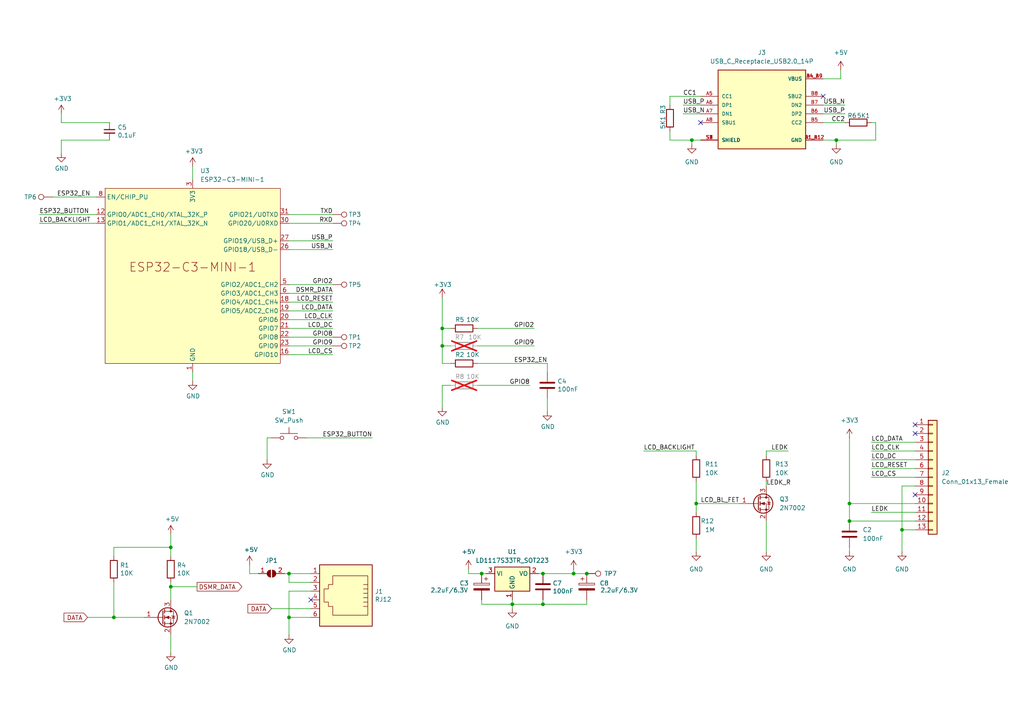
<source format=kicad_sch>
(kicad_sch (version 20231120) (generator "eeschema") (generator_version "8.0")
  (paper "A4")
  (lib_symbols
    (symbol "Connector:RJ12" (pin_names (offset 1.016))
      (property "Reference" "J" (at -5.08 11.43 0))
      (property "Value" "RJ12" (at 2.54 11.43 0))
      (symbol "RJ12_0_1"
        (polyline (pts (xy -6.35 -1.905) (xy -5.08 -1.905) (xy -5.08 -1.905)))
        (polyline (pts (xy -6.35 -0.635) (xy -5.08 -0.635) (xy -5.08 -0.635)))
        (polyline (pts (xy -6.35 0.635) (xy -5.08 0.635) (xy -5.08 0.635)))
        (polyline (pts (xy -6.35 1.905) (xy -5.08 1.905) (xy -5.08 1.905)))
        (polyline (pts (xy -6.35 3.175) (xy -5.08 3.175) (xy -5.08 3.175)))
        (polyline (pts (xy -5.08 4.445) (xy -6.35 4.445) (xy -6.35 4.445)))
        (polyline (pts (xy -6.35 -4.445) (xy -6.35 6.985) (xy 3.81 6.985) (xy 3.81 4.445) (xy 5.08 4.445) (xy 5.08 3.175) (xy 6.35 3.175) (xy 6.35 -0.635) (xy 5.08 -0.635) (xy 5.08 -1.905) (xy 3.81 -1.905) (xy 3.81 -4.445) (xy -6.35 -4.445) (xy -6.35 -4.445)))
        (rectangle (start 7.62 10.16) (end -7.62 -7.62) (stroke (width 0.254)) (fill (type background)))
      )
      (symbol "RJ12_1_1"
        (pin passive line (at 10.16 -5.08 180) (length 2.54) (name "~") (number "1"))
        (pin passive line (at 10.16 -2.54 180) (length 2.54) (name "~") (number "2"))
        (pin passive line (at 10.16 0 180) (length 2.54) (name "~") (number "3"))
        (pin passive line (at 10.16 2.54 180) (length 2.54) (name "~") (number "4"))
        (pin passive line (at 10.16 5.08 180) (length 2.54) (name "~") (number "5"))
        (pin passive line (at 10.16 7.62 180) (length 2.54) (name "~") (number "6"))
      )
    )
    (symbol "Connector:TestPoint" (pin_numbers hide) (pin_names (offset 0.762) hide)
      (property "Reference" "TP" (at 0 6.858 0))
      (property "Value" "TestPoint" (at 0 5.08 0))
      (symbol "TestPoint_0_1"
        (circle (center 0 3.302) (radius 0.762))
      )
      (symbol "TestPoint_1_1"
        (pin passive line (at 0 0 90) (length 2.54) (name "1") (number "1"))
      )
    )
    (symbol "Connector_Generic:Conn_01x13" (pin_names (offset 1.016) hide)
      (property "Reference" "J" (at 0 17.78 0))
      (property "Value" "Conn_01x13" (at 0 -17.78 0))
      (symbol "Conn_01x13_1_1"
        (rectangle (start -1.27 -15.113) (end 0 -15.367) (stroke (width 0.1524)))
        (rectangle (start -1.27 -12.573) (end 0 -12.827) (stroke (width 0.1524)))
        (rectangle (start -1.27 -10.033) (end 0 -10.287) (stroke (width 0.1524)))
        (rectangle (start -1.27 -7.493) (end 0 -7.747) (stroke (width 0.1524)))
        (rectangle (start -1.27 -4.953) (end 0 -5.207) (stroke (width 0.1524)))
        (rectangle (start -1.27 -2.413) (end 0 -2.667) (stroke (width 0.1524)))
        (rectangle (start -1.27 0.127) (end 0 -0.127) (stroke (width 0.1524)))
        (rectangle (start -1.27 2.667) (end 0 2.413) (stroke (width 0.1524)))
        (rectangle (start -1.27 5.207) (end 0 4.953) (stroke (width 0.1524)))
        (rectangle (start -1.27 7.747) (end 0 7.493) (stroke (width 0.1524)))
        (rectangle (start -1.27 10.287) (end 0 10.033) (stroke (width 0.1524)))
        (rectangle (start -1.27 12.827) (end 0 12.573) (stroke (width 0.1524)))
        (rectangle (start -1.27 15.367) (end 0 15.113) (stroke (width 0.1524)))
        (rectangle (start -1.27 16.51) (end 1.27 -16.51) (stroke (width 0.254)) (fill (type background)))
        (pin passive line (at -5.08 15.24 0) (length 3.81) (name "Pin_1") (number "1"))
        (pin passive line (at -5.08 -7.62 0) (length 3.81) (name "Pin_10") (number "10"))
        (pin passive line (at -5.08 -10.16 0) (length 3.81) (name "Pin_11") (number "11"))
        (pin passive line (at -5.08 -12.7 0) (length 3.81) (name "Pin_12") (number "12"))
        (pin passive line (at -5.08 -15.24 0) (length 3.81) (name "Pin_13") (number "13"))
        (pin passive line (at -5.08 12.7 0) (length 3.81) (name "Pin_2") (number "2"))
        (pin passive line (at -5.08 10.16 0) (length 3.81) (name "Pin_3") (number "3"))
        (pin passive line (at -5.08 7.62 0) (length 3.81) (name "Pin_4") (number "4"))
        (pin passive line (at -5.08 5.08 0) (length 3.81) (name "Pin_5") (number "5"))
        (pin passive line (at -5.08 2.54 0) (length 3.81) (name "Pin_6") (number "6"))
        (pin passive line (at -5.08 0 0) (length 3.81) (name "Pin_7") (number "7"))
        (pin passive line (at -5.08 -2.54 0) (length 3.81) (name "Pin_8") (number "8"))
        (pin passive line (at -5.08 -5.08 0) (length 3.81) (name "Pin_9") (number "9"))
      )
    )
    (symbol "Device:C" (pin_numbers hide) (pin_names (offset 0.254))
      (property "Reference" "C" (at 0.635 2.54 0))
      (property "Value" "C" (at 0.635 -2.54 0))
      (symbol "C_0_1"
        (polyline (pts (xy -2.032 -0.762) (xy 2.032 -0.762)) (stroke (width 0.508)))
        (polyline (pts (xy -2.032 0.762) (xy 2.032 0.762)) (stroke (width 0.508)))
      )
      (symbol "C_1_1"
        (pin passive line (at 0 3.81 270) (length 2.794) (name "~") (number "1"))
        (pin passive line (at 0 -3.81 90) (length 2.794) (name "~") (number "2"))
      )
    )
    (symbol "Device:C_Polarized" (pin_numbers hide) (pin_names (offset 0.254))
      (property "Reference" "C" (at 0.635 2.54 0))
      (property "Value" "C_Polarized" (at 0.635 -2.54 0))
      (symbol "C_Polarized_0_1"
        (rectangle (start -2.286 0.508) (end 2.286 1.016))
        (polyline (pts (xy -1.778 2.286) (xy -0.762 2.286)))
        (polyline (pts (xy -1.27 2.794) (xy -1.27 1.778)))
        (rectangle (start 2.286 -0.508) (end -2.286 -1.016) (fill (type outline)))
      )
      (symbol "C_Polarized_1_1"
        (pin passive line (at 0 3.81 270) (length 2.794) (name "~") (number "1"))
        (pin passive line (at 0 -3.81 90) (length 2.794) (name "~") (number "2"))
      )
    )
    (symbol "Device:C_Small" (pin_numbers hide) (pin_names (offset 0.254) hide)
      (property "Reference" "C" (at 0.254 1.778 0))
      (property "Value" "C_Small" (at 0.254 -2.032 0))
      (symbol "C_Small_0_1"
        (polyline (pts (xy -1.524 -0.508) (xy 1.524 -0.508)) (stroke (width 0.3302)))
        (polyline (pts (xy -1.524 0.508) (xy 1.524 0.508)) (stroke (width 0.3048)))
      )
      (symbol "C_Small_1_1"
        (pin passive line (at 0 2.54 270) (length 2.032) (name "~") (number "1"))
        (pin passive line (at 0 -2.54 90) (length 2.032) (name "~") (number "2"))
      )
    )
    (symbol "Device:R" (pin_numbers hide) (pin_names (offset 0))
      (property "Reference" "R" (at 2.032 0 90))
      (property "Value" "R" (at 0 0 90))
      (symbol "R_0_1"
        (rectangle (start -1.016 -2.54) (end 1.016 2.54) (stroke (width 0.254)))
      )
      (symbol "R_1_1"
        (pin passive line (at 0 3.81 270) (length 1.27) (name "~") (number "1"))
        (pin passive line (at 0 -3.81 90) (length 1.27) (name "~") (number "2"))
      )
    )
    (symbol "Espressif:ESP32-C3-MINI-1"
      (property "Reference" "U" (at -25.4 30.48 0))
      (property "Value" "ESP32-C3-MINI-1" (at -25.4 27.94 0))
      (symbol "ESP32-C3-MINI-1_0_0"
        (text "ESP32-C3-MINI-1" (at 0 2.54 0) (effects (font (size 2.54 2.54))))
      )
      (symbol "ESP32-C3-MINI-1_0_1"
        (rectangle (start -25.4 25.4) (end 25.4 -25.4) (fill (type background)))
      )
      (symbol "ESP32-C3-MINI-1_1_1"
        (pin power_in line (at 0 -27.94 90) (length 2.54) (name "GND") (number "1"))
        (pin no_connect line (at -25.4 2.54 0) (length 2.54) hide (name "NC") (number "10"))
        (pin passive line (at 0 -27.94 90) (length 2.54) hide (name "GND") (number "11"))
        (pin bidirectional line (at -27.94 17.78 0) (length 2.54) (name "GPIO0/ADC1_CH0/XTAL_32K_P") (number "12"))
        (pin bidirectional line (at -27.94 15.24 0) (length 2.54) (name "GPIO1/ADC1_CH1/XTAL_32K_N") (number "13"))
        (pin passive line (at 0 -27.94 90) (length 2.54) hide (name "GND") (number "14"))
        (pin no_connect line (at -25.4 0 0) (length 2.54) hide (name "NC") (number "15"))
        (pin bidirectional line (at 27.94 -22.86 180) (length 2.54) (name "GPIO10") (number "16"))
        (pin no_connect line (at -25.4 -2.54 0) (length 2.54) hide (name "NC") (number "17"))
        (pin bidirectional line (at 27.94 -7.62 180) (length 2.54) (name "GPIO4/ADC1_CH4") (number "18"))
        (pin bidirectional line (at 27.94 -10.16 180) (length 2.54) (name "GPIO5/ADC2_CH0") (number "19"))
        (pin passive line (at 0 -27.94 90) (length 2.54) hide (name "GND") (number "2"))
        (pin bidirectional line (at 27.94 -12.7 180) (length 2.54) (name "GPIO6") (number "20"))
        (pin bidirectional line (at 27.94 -15.24 180) (length 2.54) (name "GPIO7") (number "21"))
        (pin bidirectional line (at 27.94 -17.78 180) (length 2.54) (name "GPIO8") (number "22"))
        (pin bidirectional line (at 27.94 -20.32 180) (length 2.54) (name "GPIO9") (number "23"))
        (pin no_connect line (at -25.4 -5.08 0) (length 2.54) hide (name "NC") (number "24"))
        (pin no_connect line (at -25.4 -7.62 0) (length 2.54) hide (name "NC") (number "25"))
        (pin bidirectional line (at 27.94 7.62 180) (length 2.54) (name "GPIO18/USB_D-") (number "26"))
        (pin bidirectional line (at 27.94 10.16 180) (length 2.54) (name "GPIO19/USB_D+") (number "27"))
        (pin no_connect line (at -25.4 -10.16 0) (length 2.54) hide (name "NC") (number "28"))
        (pin no_connect line (at -25.4 -12.7 0) (length 2.54) hide (name "NC") (number "29"))
        (pin power_in line (at 0 27.94 270) (length 2.54) (name "3V3") (number "3"))
        (pin bidirectional line (at 27.94 15.24 180) (length 2.54) (name "GPIO20/U0RXD") (number "30"))
        (pin bidirectional line (at 27.94 17.78 180) (length 2.54) (name "GPIO21/U0TXD") (number "31"))
        (pin no_connect line (at -25.4 -15.24 0) (length 2.54) hide (name "NC") (number "32"))
        (pin no_connect line (at -25.4 -17.78 0) (length 2.54) hide (name "NC") (number "33"))
        (pin no_connect line (at -25.4 -20.32 0) (length 2.54) hide (name "NC") (number "34"))
        (pin no_connect line (at -25.4 -22.86 0) (length 2.54) hide (name "NC") (number "35"))
        (pin passive line (at 0 -27.94 90) (length 2.54) hide (name "GND") (number "36"))
        (pin passive line (at 0 -27.94 90) (length 2.54) hide (name "GND") (number "37"))
        (pin passive line (at 0 -27.94 90) (length 2.54) hide (name "GND") (number "38"))
        (pin passive line (at 0 -27.94 90) (length 2.54) hide (name "GND") (number "39"))
        (pin no_connect line (at -25.4 10.16 0) (length 2.54) hide (name "NC") (number "4"))
        (pin passive line (at 0 -27.94 90) (length 2.54) hide (name "GND") (number "40"))
        (pin passive line (at 0 -27.94 90) (length 2.54) hide (name "GND") (number "41"))
        (pin passive line (at 0 -27.94 90) (length 2.54) hide (name "GND") (number "42"))
        (pin passive line (at 0 -27.94 90) (length 2.54) hide (name "GND") (number "43"))
        (pin passive line (at 0 -27.94 90) (length 2.54) hide (name "GND") (number "44"))
        (pin passive line (at 0 -27.94 90) (length 2.54) hide (name "GND") (number "45"))
        (pin passive line (at 0 -27.94 90) (length 2.54) hide (name "GND") (number "46"))
        (pin passive line (at 0 -27.94 90) (length 2.54) hide (name "GND") (number "47"))
        (pin passive line (at 0 -27.94 90) (length 2.54) hide (name "GND") (number "48"))
        (pin passive line (at 0 -27.94 90) (length 2.54) hide (name "GND") (number "49"))
        (pin bidirectional line (at 27.94 -2.54 180) (length 2.54) (name "GPIO2/ADC1_CH2") (number "5"))
        (pin passive line (at 0 -27.94 90) (length 2.54) hide (name "GND") (number "50"))
        (pin passive line (at 0 -27.94 90) (length 2.54) hide (name "GND") (number "51"))
        (pin passive line (at 0 -27.94 90) (length 2.54) hide (name "GND") (number "52"))
        (pin passive line (at 0 -27.94 90) (length 2.54) hide (name "GND") (number "53"))
        (pin bidirectional line (at 27.94 -5.08 180) (length 2.54) (name "GPIO3/ADC1_CH3") (number "6"))
        (pin no_connect line (at -25.4 7.62 0) (length 2.54) hide (name "NC") (number "7"))
        (pin input line (at -27.94 22.86 0) (length 2.54) (name "EN/CHIP_PU") (number "8"))
        (pin no_connect line (at -25.4 5.08 0) (length 2.54) hide (name "NC") (number "9"))
      )
    )
    (symbol "Jumper:SolderJumper_2_Open" (pin_names (offset 0) hide)
      (property "Reference" "JP" (at 0 2.032 0))
      (property "Value" "SolderJumper_2_Open" (at 0 -2.54 0))
      (symbol "SolderJumper_2_Open_0_1"
        (arc (start -0.254 1.016) (mid -1.2655 0) (end -0.254 -1.016))
        (arc (start -0.254 1.016) (mid -1.2655 0) (end -0.254 -1.016) (fill (type outline)))
        (polyline (pts (xy -0.254 1.016) (xy -0.254 -1.016)))
        (polyline (pts (xy 0.254 1.016) (xy 0.254 -1.016)))
        (arc (start 0.254 -1.016) (mid 1.2655 0) (end 0.254 1.016))
        (arc (start 0.254 -1.016) (mid 1.2655 0) (end 0.254 1.016) (fill (type outline)))
      )
      (symbol "SolderJumper_2_Open_1_1"
        (pin passive line (at -3.81 0 0) (length 2.54) (name "A") (number "1"))
        (pin passive line (at 3.81 0 180) (length 2.54) (name "B") (number "2"))
      )
    )
    (symbol "Regulator_Linear:LD1117S33TR_SOT223"
      (property "Reference" "U" (at -3.81 3.175 0))
      (property "Value" "LD1117S33TR_SOT223" (at 0 3.175 0))
      (symbol "LD1117S33TR_SOT223_0_1"
        (rectangle (start -5.08 -5.08) (end 5.08 1.905) (stroke (width 0.254)) (fill (type background)))
      )
      (symbol "LD1117S33TR_SOT223_1_1"
        (pin power_in line (at 0 -7.62 90) (length 2.54) (name "GND") (number "1"))
        (pin power_out line (at 7.62 0 180) (length 2.54) (name "VO") (number "2"))
        (pin power_in line (at -7.62 0 0) (length 2.54) (name "VI") (number "3"))
      )
    )
    (symbol "Switch:SW_Push" (pin_numbers hide) (pin_names (offset 1.016) hide)
      (property "Reference" "SW" (at 1.27 2.54 0))
      (property "Value" "SW_Push" (at 0 -1.524 0))
      (symbol "SW_Push_0_1"
        (circle (center -2.032 0) (radius 0.508))
        (polyline (pts (xy 0 1.27) (xy 0 3.048)))
        (polyline (pts (xy 2.54 1.27) (xy -2.54 1.27)))
        (circle (center 2.032 0) (radius 0.508))
        (pin passive line (at -5.08 0 0) (length 2.54) (name "1") (number "1"))
        (pin passive line (at 5.08 0 180) (length 2.54) (name "2") (number "2"))
      )
    )
    (symbol "Transistor_FET:2N7002" (pin_names hide)
      (property "Reference" "Q" (at 5.08 1.905 0))
      (property "Value" "2N7002" (at 5.08 0 0))
      (symbol "2N7002_0_1"
        (polyline (pts (xy 0.254 0) (xy -2.54 0)))
        (polyline (pts (xy 0.254 1.905) (xy 0.254 -1.905)) (stroke (width 0.254)))
        (polyline (pts (xy 0.762 -1.27) (xy 0.762 -2.286)) (stroke (width 0.254)))
        (polyline (pts (xy 0.762 0.508) (xy 0.762 -0.508)) (stroke (width 0.254)))
        (polyline (pts (xy 0.762 2.286) (xy 0.762 1.27)) (stroke (width 0.254)))
        (polyline (pts (xy 2.54 2.54) (xy 2.54 1.778)))
        (polyline (pts (xy 2.54 -2.54) (xy 2.54 0) (xy 0.762 0)))
        (polyline (pts (xy 0.762 -1.778) (xy 3.302 -1.778) (xy 3.302 1.778) (xy 0.762 1.778)))
        (polyline (pts (xy 1.016 0) (xy 2.032 0.381) (xy 2.032 -0.381) (xy 1.016 0)) (fill (type outline)))
        (polyline (pts (xy 2.794 0.508) (xy 2.921 0.381) (xy 3.683 0.381) (xy 3.81 0.254)))
        (polyline (pts (xy 3.302 0.381) (xy 2.921 -0.254) (xy 3.683 -0.254) (xy 3.302 0.381)))
        (circle (center 1.651 0) (radius 2.794) (stroke (width 0.254)))
        (circle (center 2.54 -1.778) (radius 0.254) (fill (type outline)))
        (circle (center 2.54 1.778) (radius 0.254) (fill (type outline)))
      )
      (symbol "2N7002_1_1"
        (pin input line (at -5.08 0 0) (length 2.54) (name "G") (number "1"))
        (pin passive line (at 2.54 -5.08 90) (length 2.54) (name "S") (number "2"))
        (pin passive line (at 2.54 5.08 270) (length 2.54) (name "D") (number "3"))
      )
    )
    (symbol "USB_C_receptacle_Molex_21699:2169900003" (pin_names (offset 1.016))
      (property "Reference" "J" (at -12.7 10.922 0))
      (property "Value" "2169900003" (at -12.7 -13.462 0))
      (symbol "2169900003_0_0"
        (rectangle (start -12.7 -12.7) (end 12.7 10.16) (stroke (width 0.254)) (fill (type background)))
        (pin power_in line (at 17.78 -10.16 180) (length 5.08) (name "GND") (number "A1_B12"))
        (pin power_in line (at 17.78 7.62 180) (length 5.08) (name "VBUS") (number "A4_B9"))
        (pin bidirectional line (at -17.78 2.54 0) (length 5.08) (name "CC1") (number "A5"))
        (pin bidirectional line (at -17.78 0 0) (length 5.08) (name "DP1") (number "A6"))
        (pin bidirectional line (at -17.78 -2.54 0) (length 5.08) (name "DN1") (number "A7"))
        (pin bidirectional line (at -17.78 -5.08 0) (length 5.08) (name "SBU1") (number "A8"))
        (pin power_in line (at 17.78 -10.16 180) (length 5.08) (name "GND") (number "B1_A12"))
        (pin power_in line (at 17.78 7.62 180) (length 5.08) (name "VBUS") (number "B4_A9"))
        (pin bidirectional line (at 17.78 -5.08 180) (length 5.08) (name "CC2") (number "B5"))
        (pin bidirectional line (at 17.78 -2.54 180) (length 5.08) (name "DP2") (number "B6"))
        (pin bidirectional line (at 17.78 0 180) (length 5.08) (name "DN2") (number "B7"))
        (pin bidirectional line (at 17.78 2.54 180) (length 5.08) (name "SBU2") (number "B8"))
        (pin passive line (at -17.78 -10.16 0) (length 5.08) (name "SHIELD") (number "S1"))
        (pin passive line (at -17.78 -10.16 0) (length 5.08) (name "SHIELD") (number "S2"))
        (pin passive line (at -17.78 -10.16 0) (length 5.08) (name "SHIELD") (number "S3"))
        (pin passive line (at -17.78 -10.16 0) (length 5.08) (name "SHIELD") (number "S4"))
      )
    )
    (symbol "power:+3.3V" (power) (pin_names (offset 0))
      (property "Value" "+3.3V" (at 0 3.556 0))
      (symbol "+3.3V_0_1"
        (polyline (pts (xy -0.762 1.27) (xy 0 2.54)))
        (polyline (pts (xy 0 0) (xy 0 2.54)))
        (polyline (pts (xy 0 2.54) (xy 0.762 1.27)))
      )
      (symbol "+3.3V_1_1"
        (pin power_in line (at 0 0 90) (length 0) hide (name "+3V3") (number "1"))
      )
    )
    (symbol "power:+3V3" (power) (pin_numbers hide) (pin_names (offset 0) hide)
      (property "Value" "+3V3" (at 0 3.556 0))
      (symbol "+3V3_0_1"
        (polyline (pts (xy -0.762 1.27) (xy 0 2.54)))
        (polyline (pts (xy 0 0) (xy 0 2.54)))
        (polyline (pts (xy 0 2.54) (xy 0.762 1.27)))
      )
      (symbol "+3V3_1_1"
        (pin power_in line (at 0 0 90) (length 0) (name "~") (number "1"))
      )
    )
    (symbol "power:+5V" (power) (pin_names (offset 0))
      (property "Value" "+5V" (at 0 3.556 0))
      (symbol "+5V_0_1"
        (polyline (pts (xy -0.762 1.27) (xy 0 2.54)))
        (polyline (pts (xy 0 0) (xy 0 2.54)))
        (polyline (pts (xy 0 2.54) (xy 0.762 1.27)))
      )
      (symbol "+5V_1_1"
        (pin power_in line (at 0 0 90) (length 0) hide (name "+5V") (number "1"))
      )
    )
    (symbol "power:GND" (power) (pin_names (offset 0))
      (property "Value" "GND" (at 0 -3.81 0))
      (symbol "GND_0_1"
        (polyline (pts (xy 0 0) (xy 0 -1.27) (xy 1.27 -1.27) (xy 0 -2.54) (xy -1.27 -1.27) (xy 0 -1.27)))
      )
      (symbol "GND_1_1"
        (pin power_in line (at 0 0 270) (length 0) hide (name "GND") (number "1"))
      )
    )
  )
  (junction (at 83.82 179.07))
  (junction (at 157.48 175.26))
  (junction (at 33.02 179.07))
  (junction (at 201.93 146.05))
  (junction (at 246.38 151.13))
  (junction (at 128.27 100.33))
  (junction (at 261.62 153.67))
  (junction (at 166.37 166.37))
  (junction (at 148.59 175.26))
  (junction (at 242.57 40.64))
  (junction (at 157.48 166.37))
  (junction (at 139.7 166.37))
  (junction (at 49.53 158.75))
  (junction (at 246.38 146.05))
  (junction (at 49.53 170.18))
  (junction (at 83.82 166.37))
  (junction (at 200.66 40.64))
  (junction (at 170.18 166.37))
  (junction (at 128.27 95.25))
  (no_connect (at 265.43 143.51))
  (no_connect (at 203.2 35.56))
  (no_connect (at 238.76 27.94))
  (no_connect (at 90.17 173.99))
  (no_connect (at 265.43 125.73))
  (no_connect (at 265.43 123.19))
  (wire (pts (xy 83.82 166.37) (xy 83.82 168.91)))
  (wire (pts (xy 261.62 153.67) (xy 265.43 153.67)))
  (wire (pts (xy 17.78 40.64) (xy 31.75 40.64)))
  (wire (pts (xy 194.31 40.64) (xy 200.66 40.64)))
  (wire (pts (xy 77.47 127) (xy 78.74 127)))
  (wire (pts (xy 261.62 153.67) (xy 261.62 160.02)))
  (wire (pts (xy 261.62 140.97) (xy 261.62 153.67)))
  (wire (pts (xy 41.91 179.07) (xy 33.02 179.07)))
  (wire (pts (xy 139.7 173.99) (xy 139.7 175.26)))
  (wire (pts (xy 72.39 163.83) (xy 72.39 166.37)))
  (wire (pts (xy 83.82 95.25) (xy 96.52 95.25)))
  (wire (pts (xy 90.17 166.37) (xy 83.82 166.37)))
  (wire (pts (xy 128.27 111.76) (xy 128.27 118.11)))
  (wire (pts (xy 265.43 140.97) (xy 261.62 140.97)))
  (wire (pts (xy 222.25 151.13) (xy 222.25 160.02)))
  (wire (pts (xy 265.43 151.13) (xy 246.38 151.13)))
  (wire (pts (xy 200.66 40.64) (xy 203.2 40.64)))
  (wire (pts (xy 252.73 138.43) (xy 265.43 138.43)))
  (wire (pts (xy 148.59 175.26) (xy 148.59 176.53)))
  (wire (pts (xy 138.43 100.33) (xy 154.94 100.33)))
  (wire (pts (xy 238.76 30.48) (xy 245.11 30.48)))
  (wire (pts (xy 17.78 35.56) (xy 31.75 35.56)))
  (wire (pts (xy 82.55 166.37) (xy 83.82 166.37)))
  (wire (pts (xy 148.59 173.99) (xy 148.59 175.26)))
  (wire (pts (xy 252.73 130.81) (xy 265.43 130.81)))
  (wire (pts (xy 78.74 176.53) (xy 90.17 176.53)))
  (wire (pts (xy 128.27 86.36) (xy 128.27 95.25)))
  (wire (pts (xy 83.82 102.87) (xy 96.52 102.87)))
  (wire (pts (xy 72.39 166.37) (xy 74.93 166.37)))
  (wire (pts (xy 139.7 166.37) (xy 140.97 166.37)))
  (wire (pts (xy 252.73 148.59) (xy 265.43 148.59)))
  (wire (pts (xy 83.82 87.63) (xy 96.52 87.63)))
  (wire (pts (xy 194.31 27.94) (xy 203.2 27.94)))
  (wire (pts (xy 170.18 173.99) (xy 170.18 175.26)))
  (wire (pts (xy 246.38 151.13) (xy 246.38 146.05)))
  (wire (pts (xy 246.38 146.05) (xy 265.43 146.05)))
  (wire (pts (xy 238.76 35.56) (xy 245.11 35.56)))
  (wire (pts (xy 157.48 175.26) (xy 148.59 175.26)))
  (wire (pts (xy 198.12 33.02) (xy 203.2 33.02)))
  (wire (pts (xy 166.37 166.37) (xy 170.18 166.37)))
  (wire (pts (xy 83.82 69.85) (xy 96.52 69.85)))
  (wire (pts (xy 228.6 130.81) (xy 222.25 130.81)))
  (wire (pts (xy 49.53 168.91) (xy 49.53 170.18)))
  (wire (pts (xy 33.02 179.07) (xy 33.02 168.91)))
  (wire (pts (xy 157.48 166.37) (xy 166.37 166.37)))
  (wire (pts (xy 83.82 92.71) (xy 96.52 92.71)))
  (wire (pts (xy 246.38 127) (xy 246.38 146.05)))
  (wire (pts (xy 83.82 72.39) (xy 96.52 72.39)))
  (wire (pts (xy 254 35.56) (xy 252.73 35.56)))
  (wire (pts (xy 214.63 146.05) (xy 201.93 146.05)))
  (wire (pts (xy 242.57 40.64) (xy 254 40.64)))
  (wire (pts (xy 201.93 130.81) (xy 201.93 132.08)))
  (wire (pts (xy 186.69 130.81) (xy 201.93 130.81)))
  (wire (pts (xy 49.53 170.18) (xy 49.53 173.99)))
  (wire (pts (xy 83.82 90.17) (xy 96.52 90.17)))
  (wire (pts (xy 242.57 41.91) (xy 242.57 40.64)))
  (wire (pts (xy 83.82 64.77) (xy 96.52 64.77)))
  (wire (pts (xy 83.82 179.07) (xy 83.82 184.15)))
  (wire (pts (xy 243.84 22.86) (xy 243.84 20.32)))
  (wire (pts (xy 83.82 82.55) (xy 96.52 82.55)))
  (wire (pts (xy 138.43 105.41) (xy 158.75 105.41)))
  (wire (pts (xy 157.48 173.99) (xy 157.48 175.26)))
  (wire (pts (xy 90.17 171.45) (xy 83.82 171.45)))
  (wire (pts (xy 194.31 27.94) (xy 194.31 30.48)))
  (wire (pts (xy 11.43 64.77) (xy 27.94 64.77)))
  (wire (pts (xy 252.73 128.27) (xy 265.43 128.27)))
  (wire (pts (xy 15.24 57.15) (xy 27.94 57.15)))
  (wire (pts (xy 166.37 165.1) (xy 166.37 166.37)))
  (wire (pts (xy 201.93 146.05) (xy 201.93 148.59)))
  (wire (pts (xy 222.25 139.7) (xy 222.25 140.97)))
  (wire (pts (xy 201.93 146.05) (xy 201.93 139.7)))
  (wire (pts (xy 83.82 100.33) (xy 96.52 100.33)))
  (wire (pts (xy 200.66 41.91) (xy 200.66 40.64)))
  (wire (pts (xy 83.82 85.09) (xy 96.52 85.09)))
  (wire (pts (xy 128.27 100.33) (xy 130.81 100.33)))
  (wire (pts (xy 49.53 158.75) (xy 49.53 161.29)))
  (wire (pts (xy 158.75 107.95) (xy 158.75 105.41)))
  (wire (pts (xy 252.73 133.35) (xy 265.43 133.35)))
  (wire (pts (xy 246.38 158.75) (xy 246.38 160.02)))
  (wire (pts (xy 49.53 184.15) (xy 49.53 189.23)))
  (wire (pts (xy 55.88 107.95) (xy 55.88 110.49)))
  (wire (pts (xy 135.89 166.37) (xy 135.89 165.1)))
  (wire (pts (xy 252.73 135.89) (xy 265.43 135.89)))
  (wire (pts (xy 90.17 179.07) (xy 83.82 179.07)))
  (wire (pts (xy 128.27 105.41) (xy 128.27 100.33)))
  (wire (pts (xy 25.4 179.07) (xy 33.02 179.07)))
  (wire (pts (xy 238.76 22.86) (xy 243.84 22.86)))
  (wire (pts (xy 138.43 95.25) (xy 154.94 95.25)))
  (wire (pts (xy 83.82 97.79) (xy 96.52 97.79)))
  (wire (pts (xy 139.7 175.26) (xy 148.59 175.26)))
  (wire (pts (xy 49.53 154.94) (xy 49.53 158.75)))
  (wire (pts (xy 11.43 62.23) (xy 27.94 62.23)))
  (wire (pts (xy 138.43 111.76) (xy 153.67 111.76)))
  (wire (pts (xy 33.02 161.29) (xy 33.02 158.75)))
  (wire (pts (xy 130.81 105.41) (xy 128.27 105.41)))
  (wire (pts (xy 55.88 48.26) (xy 55.88 52.07)))
  (wire (pts (xy 83.82 171.45) (xy 83.82 179.07)))
  (wire (pts (xy 17.78 40.64) (xy 17.78 44.45)))
  (wire (pts (xy 201.93 156.21) (xy 201.93 160.02)))
  (wire (pts (xy 83.82 168.91) (xy 90.17 168.91)))
  (wire (pts (xy 33.02 158.75) (xy 49.53 158.75)))
  (wire (pts (xy 198.12 30.48) (xy 203.2 30.48)))
  (wire (pts (xy 238.76 33.02) (xy 245.11 33.02)))
  (wire (pts (xy 88.9 127) (xy 107.95 127)))
  (wire (pts (xy 83.82 62.23) (xy 96.52 62.23)))
  (wire (pts (xy 77.47 133.35) (xy 77.47 127)))
  (wire (pts (xy 135.89 166.37) (xy 139.7 166.37)))
  (wire (pts (xy 157.48 166.37) (xy 156.21 166.37)))
  (wire (pts (xy 157.48 175.26) (xy 170.18 175.26)))
  (wire (pts (xy 128.27 95.25) (xy 130.81 95.25)))
  (wire (pts (xy 242.57 40.64) (xy 238.76 40.64)))
  (wire (pts (xy 128.27 95.25) (xy 128.27 100.33)))
  (wire (pts (xy 158.75 119.38) (xy 158.75 115.57)))
  (wire (pts (xy 254 35.56) (xy 254 40.64)))
  (wire (pts (xy 222.25 130.81) (xy 222.25 132.08)))
  (wire (pts (xy 57.15 170.18) (xy 49.53 170.18)))
  (wire (pts (xy 17.78 35.56) (xy 17.78 33.02)))
  (wire (pts (xy 130.81 111.76) (xy 128.27 111.76)))
  (wire (pts (xy 194.31 38.1) (xy 194.31 40.64)))
  (text "TODO for v 1.3\n- smaller refdes\n\nHistory\n- updated OLED to LCD\n" (at -118.11 24.13 0) (effects (font (size 2.9972 2.9972)) (justify left bottom)))
  (label "GPIO9" (at 154.94 100.33 180))
  (label "GPIO8" (at 96.52 97.79 180))
  (label "USB_P" (at 245.11 33.02 180))
  (label "ESP32_EN" (at 16.51 57.15 0))
  (label "LCD_CS" (at 96.52 102.87 180))
  (label "LCD_DATA" (at 96.52 90.17 180))
  (label "USB_N" (at 198.12 33.02 0))
  (label "LCD_RESET" (at 96.52 87.63 180))
  (label "USB_P" (at 198.12 30.48 0))
  (label "USB_N" (at 96.52 72.39 180))
  (label "ESP32_BUTTON" (at 107.95 127 180))
  (label "GPIO2" (at 96.52 82.55 180))
  (label "LCD_BL_FET" (at 203.2 146.05 0))
  (label "GPIO9" (at 96.52 100.33 180))
  (label "DSMR_DATA" (at 96.52 85.09 180))
  (label "GPIO8" (at 153.67 111.76 180))
  (label "LEDK" (at 252.73 148.59 0))
  (label "LCD_DC" (at 96.52 95.25 180))
  (label "TXD" (at 96.52 62.23 180))
  (label "LEDK" (at 228.6 130.81 180))
  (label "LCD_CLK" (at 96.52 92.71 180))
  (label "ESP32_BUTTON" (at 11.43 62.23 0))
  (label "ESP32_EN" (at 158.75 105.41 180))
  (label "LCD_DATA" (at 252.73 128.27 0))
  (label "LCD_DC" (at 252.73 133.35 0))
  (label "LCD_BACKLIGHT" (at 186.69 130.81 0))
  (label "GPIO2" (at 154.94 95.25 180))
  (label "LCD_BACKLIGHT" (at 11.43 64.77 0))
  (label "LCD_CS" (at 252.73 138.43 0))
  (label "LCD_RESET" (at 252.73 135.89 0))
  (label "CC1" (at 198.12 27.94 0))
  (label "USB_P" (at 96.52 69.85 180))
  (label "RXD" (at 96.52 64.77 180))
  (label "LEDK_R" (at 222.25 140.97 0))
  (label "LCD_CLK" (at 252.73 130.81 0))
  (label "CC2" (at 245.11 35.56 180))
  (label "USB_N" (at 245.11 30.48 180))
  (global_label "DATA" (shape input) (at 25.4 179.07 180) (property "Intersheetrefs" "${INTERSHEET_REFS}" (effects (hide yes))))
  (global_label "DATA" (shape input) (at 78.74 176.53 180) (property "Intersheetrefs" "${INTERSHEET_REFS}" (effects (hide yes))))
  (global_label "DSMR_DATA" (shape output) (at 57.15 170.18 0) (property "Intersheetrefs" "${INTERSHEET_REFS}" (effects (hide yes))))
  (symbol (lib_id "Connector:RJ12") (at 100.33 171.45 180) (unit 1)
    (property "Reference" "J1" (at 108.712 171.5516 0) (effects (justify right)))
    (property "Value" "RJ12" (at 108.712 173.863 0) (effects (justify right)))
    (property "Footprint" "Connector_RJ:RJ12_Amphenol_54601" (effects (hide yes)))
  )
  (symbol (lib_id "Device:R") (at 134.62 105.41 270) (unit 1)
    (property "Reference" "R2" (at 133.35 102.87 90))
    (property "Value" "10K" (at 137.16 102.87 90))
    (property "Footprint" "Resistor_SMD:R_0402_1005Metric" (effects (hide yes)))
  )
  (symbol (lib_id "Device:R") (at 134.62 111.76 270) (unit 1) (dnp yes)
    (property "Reference" "R8" (at 133.35 109.22 90))
    (property "Value" "10K" (at 137.16 109.22 90))
    (property "Footprint" "Resistor_SMD:R_0402_1005Metric" (effects (hide yes)))
  )
  (symbol (lib_id "power:GND") (at 17.78 44.45 0) (unit 1)
    (property "Reference" "#PWR09" (effects (hide yes)))
    (property "Value" "GND" (at 17.907 48.8442 0))
  )
  (symbol (lib_id "power:GND") (at 128.27 118.11 0) (unit 1)
    (property "Reference" "#PWR011" (effects (hide yes)))
    (property "Value" "GND" (at 128.397 122.5042 0))
  )
  (symbol (lib_id "Device:R") (at 49.53 165.1 0) (unit 1)
    (property "Reference" "R4" (at 51.308 163.9316 0) (effects (justify left)))
    (property "Value" "10K" (at 51.308 166.243 0) (effects (justify left)))
    (property "Footprint" "Resistor_SMD:R_0402_1005Metric" (effects (hide yes)))
  )
  (symbol (lib_id "Device:R") (at 33.02 165.1 0) (unit 1)
    (property "Reference" "R1" (at 34.798 163.9316 0) (effects (justify left)))
    (property "Value" "10K" (at 34.798 166.243 0) (effects (justify left)))
    (property "Footprint" "Resistor_SMD:R_0402_1005Metric" (effects (hide yes)))
  )
  (symbol (lib_id "power:+5V") (at 49.53 154.94 0) (unit 1)
    (property "Reference" "#PWR05" (effects (hide yes)))
    (property "Value" "+5V" (at 49.911 150.5458 0))
  )
  (symbol (lib_id "power:GND") (at 49.53 189.23 0) (unit 1)
    (property "Reference" "#PWR06" (effects (hide yes)))
    (property "Value" "GND" (at 49.657 193.6242 0))
  )
  (symbol (lib_id "power:GND") (at 83.82 184.15 0) (unit 1)
    (property "Reference" "#PWR08" (effects (hide yes)))
    (property "Value" "GND" (at 83.947 188.5442 0))
  )
  (symbol (lib_id "power:+3.3V") (at 128.27 86.36 0) (unit 1)
    (property "Reference" "#PWR02" (effects (hide yes)))
    (property "Value" "+3V3" (at 125.73 82.55 0) (effects (justify left)))
  )
  (symbol (lib_id "Device:R") (at 134.62 100.33 270) (unit 1) (dnp yes)
    (property "Reference" "R7" (at 134.62 97.79 90) (effects (justify right)))
    (property "Value" "10K" (at 139.7 97.79 90) (effects (justify right)))
    (property "Footprint" "Resistor_SMD:R_0402_1005Metric" (effects (hide yes)))
  )
  (symbol (lib_id "Device:R") (at 134.62 95.25 270) (unit 1)
    (property "Reference" "R5" (at 133.35 92.71 90))
    (property "Value" "10K" (at 137.16 92.71 90))
    (property "Footprint" "Resistor_SMD:R_0402_1005Metric" (effects (hide yes)))
  )
  (symbol (lib_id "Device:C") (at 158.75 111.76 0) (unit 1)
    (property "Reference" "C4" (at 161.671 110.5916 0) (effects (justify left)))
    (property "Value" "100nF" (at 161.671 112.903 0) (effects (justify left)))
    (property "Footprint" "Capacitor_SMD:C_0402_1005Metric" (effects (hide yes)))
  )
  (symbol (lib_id "power:GND") (at 158.75 119.38 0) (unit 1)
    (property "Reference" "#PWR0103" (effects (hide yes)))
    (property "Value" "GND" (at 158.877 123.7742 0))
  )
  (symbol (lib_id "power:GND") (at 222.25 160.02 0) (unit 1)
    (property "Reference" "#PWR017" (effects (hide yes)))
    (property "Value" "GND" (at 222.25 165.1 0))
  )
  (symbol (lib_id "power:GND") (at 242.57 41.91 0) (unit 1)
    (property "Reference" "#PWR021" (effects (hide yes)))
    (property "Value" "GND" (at 242.57 46.99 0))
    (property "Description" "Power symbol creates a global label with name \"GND\" , ground" (effects (hide yes)))
  )
  (symbol (lib_id "power:+3.3V") (at 55.88 48.26 0) (unit 1)
    (property "Reference" "#PWR03" (effects (hide yes)))
    (property "Value" "+3V3" (at 56.261 43.8658 0))
  )
  (symbol (lib_id "power:GND") (at 246.38 160.02 0) (unit 1)
    (property "Reference" "#PWR019" (effects (hide yes)))
    (property "Value" "GND" (at 246.38 165.1 0))
  )
  (symbol (lib_id "power:+5V") (at 135.89 165.1 0) (unit 1)
    (property "Reference" "#PWR012" (effects (hide yes)))
    (property "Value" "+5V" (at 135.89 160.02 0))
    (property "Description" "Power symbol creates a global label with name \"+5V\"" (effects (hide yes)))
  )
  (symbol (lib_id "power:GND") (at 200.66 41.91 0) (unit 1)
    (property "Reference" "#PWR020" (effects (hide yes)))
    (property "Value" "GND" (at 200.66 46.99 0))
    (property "Description" "Power symbol creates a global label with name \"GND\" , ground" (effects (hide yes)))
  )
  (symbol (lib_id "Connector:TestPoint") (at 96.52 62.23 270) (unit 1)
    (property "Reference" "TP3" (at 101.092 62.23 90) (effects (justify left)))
    (property "Value" "TestPoint" (effects (hide yes)))
    (property "Footprint" "TestPoint:TestPoint_Pad_D1.0mm" (effects (hide yes)))
    (property "Description" "test point" (effects (hide yes)))
  )
  (symbol (lib_id "Connector:TestPoint") (at 170.18 166.37 270) (mirror x) (unit 1)
    (property "Reference" "TP7" (at 175.26 166.37 90) (effects (justify left)))
    (property "Value" "TestPoint" (effects (hide yes)))
    (property "Footprint" "TestPoint:TestPoint_Pad_D1.0mm" (effects (hide yes)))
    (property "Description" "test point" (effects (hide yes)))
  )
  (symbol (lib_id "Transistor_FET:2N7002") (at 46.99 179.07 0) (unit 1)
    (property "Reference" "Q1" (at 53.34 177.8 0) (effects (justify left)))
    (property "Value" "2N7002" (at 53.34 180.34 0) (effects (justify left)))
    (property "Footprint" "Package_TO_SOT_SMD:SOT-23" (effects (hide yes)))
    (property "Datasheet" "https://www.onsemi.com/pub/Collateral/NDS7002A-D.PDF" (effects (hide yes)))
  )
  (symbol (lib_id "power:+3.3V") (at 17.78 33.02 0) (unit 1)
    (property "Reference" "#PWR01" (effects (hide yes)))
    (property "Value" "+3V3" (at 18.161 28.6258 0))
  )
  (symbol (lib_id "Device:R") (at 201.93 135.89 0) (unit 1)
    (property "Reference" "R11" (at 204.47 134.62 0) (effects (justify left)))
    (property "Value" "10K" (at 204.47 137.16 0) (effects (justify left)))
    (property "Footprint" "Resistor_SMD:R_0402_1005Metric" (effects (hide yes)))
  )
  (symbol (lib_id "Connector:TestPoint") (at 96.52 100.33 270) (unit 1)
    (property "Reference" "TP2" (at 101.092 100.33 90) (effects (justify left)))
    (property "Value" "TestPoint" (effects (hide yes)))
    (property "Footprint" "TestPoint:TestPoint_Pad_D1.0mm" (effects (hide yes)))
    (property "Description" "test point" (effects (hide yes)))
  )
  (symbol (lib_id "Switch:SW_Push") (at 83.82 127 0) (unit 1)
    (property "Reference" "SW1" (at 83.82 119.38 0))
    (property "Value" "SW_Push" (at 83.82 121.92 0))
    (property "Footprint" "Button_Switch_SMD:SW_Push_1P1T_NO_CK_KMR2" (effects (hide yes)))
  )
  (symbol (lib_id "USB_C_receptacle_Molex_21699:2169900003") (at 220.98 30.48 0) (unit 1)
    (property "Reference" "J3" (at 220.98 15.24 0))
    (property "Value" "USB_C_Receptacle_USB2.0_14P" (at 220.98 17.78 0))
    (property "Footprint" "Connector_USB:USB_C_Receptacle_Molex_21699" (effects (hide yes)))
    (property "Description" "USB 2.0-only 14P Type-C Receptacle connector" (effects (hide yes)))
    (property "MF" "Molex" (effects (hide yes)))
    (property "MAXIMUM_PACKAGE_HEIGHT" "2.31 mm" (effects (hide yes)))
    (property "Package" "None" (effects (hide yes)))
    (property "Price" "None" (effects (hide yes)))
    (property "Check_prices" "https://www.snapeda.com/parts/2169900003/Molex/view-part/?ref=eda" (effects (hide yes)))
    (property "STANDARD" "Manufacturer Recommendations" (effects (hide yes)))
    (property "PARTREV" "A1" (effects (hide yes)))
    (property "SnapEDA_Link" "https://www.snapeda.com/parts/2169900003/Molex/view-part/?ref=snap" (effects (hide yes)))
    (property "MP" "2169900003" (effects (hide yes)))
    (property "Purchase-URL" "https://www.snapeda.com/api/url_track_click_mouser/?unipart_id=6296438&manufacturer=Molex&part_name=2169900003&search_term=None" (effects (hide yes)))
    (property "Description_1" "\nUSB-C (USB TYPE-C) USB 2.0 Receptacle Connector 24 (16+8 Dummy) Position Surface Mount, Right Angle; Through Hole\n" (effects (hide yes)))
    (property "MANUFACTURER" "Molex" (effects (hide yes)))
    (property "Availability" "In Stock" (effects (hide yes)))
    (property "SNAPEDA_PN" "2169900003" (effects (hide yes)))
  )
  (symbol (lib_id "Device:R") (at 222.25 135.89 0) (unit 1)
    (property "Reference" "R13" (at 224.79 134.62 0) (effects (justify left)))
    (property "Value" "10K" (at 224.79 137.16 0) (effects (justify left)))
    (property "Footprint" "Resistor_SMD:R_0402_1005Metric" (effects (hide yes)))
  )
  (symbol (lib_id "Connector_Generic:Conn_01x13") (at 270.51 138.43 0) (unit 1)
    (property "Reference" "J2" (at 273.05 137.1599 0) (effects (justify left)))
    (property "Value" "Conn_01x13_Female" (at 273.05 139.6999 0) (effects (justify left)))
    (property "Footprint" "Display:LH114T_IG01" (effects (hide yes)))
    (property "Description" "Generic connector, single row, 01x13, script generated (kicad-library-utils/schlib/autogen/connector/)" (effects (hide yes)))
  )
  (symbol (lib_id "Connector:TestPoint") (at 96.52 97.79 270) (unit 1)
    (property "Reference" "TP1" (at 101.092 97.79 90) (effects (justify left)))
    (property "Value" "TestPoint" (effects (hide yes)))
    (property "Footprint" "TestPoint:TestPoint_Pad_D1.0mm" (effects (hide yes)))
    (property "Description" "test point" (effects (hide yes)))
  )
  (symbol (lib_id "Device:C_Polarized") (at 139.7 170.18 0) (mirror y) (unit 1)
    (property "Reference" "C3" (at 134.62 169.164 0))
    (property "Value" "2.2uF/6.3V" (at 130.302 171.196 0))
    (property "Footprint" "Capacitor_Tantalum_SMD:CP_EIA-3528-21_Kemet-B" (effects (hide yes)))
    (property "Description" "Polarized capacitor" (effects (hide yes)))
  )
  (symbol (lib_id "power:GND") (at 261.62 160.02 0) (unit 1)
    (property "Reference" "#PWR025" (effects (hide yes)))
    (property "Value" "GND" (at 261.62 165.1 0))
  )
  (symbol (lib_id "Device:C_Small") (at 31.75 38.1 0) (unit 1)
    (property "Reference" "C5" (at 34.0868 36.9316 0) (effects (justify left)))
    (property "Value" "0.1uF" (at 34.0868 39.243 0) (effects (justify left)))
    (property "Footprint" "Capacitor_SMD:C_0402_1005Metric" (effects (hide yes)))
    (property "LCSC" "C1591" (effects (hide yes)))
    (property "Digikey" "1276-1935-1-ND" (effects (hide yes)))
    (property "Mouser" "187-CL10B104KB8NNWC" (effects (hide yes)))
  )
  (symbol (lib_id "Device:C_Polarized") (at 170.18 170.18 0) (unit 1)
    (property "Reference" "C8" (at 175.26 169.164 0))
    (property "Value" "2.2uF/6.3V" (at 179.578 171.196 0))
    (property "Footprint" "Capacitor_Tantalum_SMD:CP_EIA-3528-21_Kemet-B" (effects (hide yes)))
    (property "Description" "Polarized capacitor" (effects (hide yes)))
  )
  (symbol (lib_id "power:GND") (at 55.88 110.49 0) (unit 1)
    (property "Reference" "#PWR016" (effects (hide yes)))
    (property "Value" "GND" (at 56.007 114.8842 0))
  )
  (symbol (lib_id "Device:C") (at 157.48 170.18 0) (unit 1)
    (property "Reference" "C7" (at 160.274 169.164 0) (effects (justify left)))
    (property "Value" "100nF" (at 160.274 171.45 0) (effects (justify left)))
    (property "Footprint" "Capacitor_SMD:C_0402_1005Metric" (effects (hide yes)))
    (property "Description" "Unpolarized capacitor" (effects (hide yes)))
  )
  (symbol (lib_id "power:+5V") (at 72.39 163.83 0) (unit 1)
    (property "Reference" "#PWR07" (effects (hide yes)))
    (property "Value" "+5V" (at 72.771 159.4358 0))
  )
  (symbol (lib_id "Jumper:SolderJumper_2_Open") (at 78.74 166.37 0) (unit 1)
    (property "Reference" "JP1" (at 78.74 162.56 0))
    (property "Value" "SolderJumper_2_Open" (effects (hide yes)))
    (property "Footprint" "Jumper:SolderJumper-2_P1.3mm_Bridged_RoundedPad1.0x1.5mm" (effects (hide yes)))
    (property "Description" "Solder Jumper, 2-pole, open" (effects (hide yes)))
  )
  (symbol (lib_id "Device:C") (at 246.38 154.94 0) (unit 1)
    (property "Reference" "C2" (at 250.19 153.67 0) (effects (justify left)))
    (property "Value" "100nF" (at 250.19 156.21 0) (effects (justify left)))
    (property "Footprint" "Capacitor_SMD:C_0402_1005Metric" (effects (hide yes)))
  )
  (symbol (lib_id "power:+5V") (at 243.84 20.32 0) (unit 1)
    (property "Reference" "#PWR022" (effects (hide yes)))
    (property "Value" "+5V" (at 243.84 15.24 0))
    (property "Description" "Power symbol creates a global label with name \"+5V\"" (effects (hide yes)))
  )
  (symbol (lib_id "power:GND") (at 148.59 176.53 0) (unit 1)
    (property "Reference" "#PWR013" (effects (hide yes)))
    (property "Value" "GND" (at 148.59 181.61 0))
    (property "Description" "Power symbol creates a global label with name \"GND\" , ground" (effects (hide yes)))
  )
  (symbol (lib_id "Transistor_FET:2N7002") (at 219.71 146.05 0) (unit 1)
    (property "Reference" "Q3" (at 226.06 144.78 0) (effects (justify left)))
    (property "Value" "2N7002" (at 226.06 147.32 0) (effects (justify left)))
    (property "Footprint" "Package_TO_SOT_SMD:SOT-23" (effects (hide yes)))
    (property "Datasheet" "https://www.onsemi.com/pub/Collateral/NDS7002A-D.PDF" (effects (hide yes)))
  )
  (symbol (lib_id "Connector:TestPoint") (at 96.52 64.77 270) (unit 1)
    (property "Reference" "TP4" (at 101.092 64.77 90) (effects (justify left)))
    (property "Value" "TestPoint" (effects (hide yes)))
    (property "Footprint" "TestPoint:TestPoint_Pad_D1.0mm" (effects (hide yes)))
    (property "Description" "test point" (effects (hide yes)))
  )
  (symbol (lib_id "power:GND") (at 201.93 160.02 0) (unit 1)
    (property "Reference" "#PWR015" (effects (hide yes)))
    (property "Value" "GND" (at 201.93 165.1 0))
  )
  (symbol (lib_id "power:GND") (at 77.47 133.35 0) (unit 1)
    (property "Reference" "#PWR0101" (effects (hide yes)))
    (property "Value" "GND" (at 77.597 137.7442 0))
  )
  (symbol (lib_id "Device:R") (at 201.93 152.4 0) (unit 1)
    (property "Reference" "R12" (at 203.2 151.13 0) (effects (justify left)))
    (property "Value" "1M" (at 204.47 153.67 0) (effects (justify left)))
    (property "Footprint" "Resistor_SMD:R_0402_1005Metric" (effects (hide yes)))
  )
  (symbol (lib_id "Espressif:ESP32-C3-MINI-1") (at 55.88 80.01 0) (unit 1)
    (property "Reference" "U3" (at 58.0741 49.53 0) (effects (justify left)))
    (property "Value" "ESP32-C3-MINI-1" (at 58.0741 52.07 0) (effects (justify left)))
    (property "Footprint" "Espressif:ESP32-C3-MINI-1" (effects (hide yes)))
    (property "Datasheet" "https://www.espressif.com/sites/default/files/documentation/esp32-c3-mini-1_datasheet_en.pdf" (effects (hide yes)))
    (property "Description" "ESP32-C3-MINI-1 family is an ultra-low-power MCU-based SoC solution that supports 2.4 GHz Wi-Fi and Bluetooth®Low Energy (Bluetooth LE)." (effects (hide yes)))
  )
  (symbol (lib_id "Regulator_Linear:LD1117S33TR_SOT223") (at 148.59 166.37 0) (unit 1)
    (property "Reference" "U1" (at 148.59 160.02 0))
    (property "Value" "LD1117S33TR_SOT223" (at 148.59 162.56 0))
    (property "Footprint" "Package_TO_SOT_SMD:SOT-223-3_TabPin2" (effects (hide yes)))
    (property "Datasheet" "http://www.st.com/st-web-ui/static/active/en/resource/technical/document/datasheet/CD00000544.pdf" (effects (hide yes)))
    (property "Description" "800mA Fixed Low Drop Positive Voltage Regulator, Fixed Output 3.3V, SOT-223" (effects (hide yes)))
  )
  (symbol (lib_id "Connector:TestPoint") (at 15.24 57.15 90) (unit 1)
    (property "Reference" "TP6" (at 10.668 57.15 90) (effects (justify left)))
    (property "Value" "TestPoint" (effects (hide yes)))
    (property "Footprint" "TestPoint:TestPoint_Pad_D1.0mm" (effects (hide yes)))
    (property "Description" "test point" (effects (hide yes)))
  )
  (symbol (lib_id "Device:R") (at 248.92 35.56 90) (unit 1)
    (property "Reference" "R6" (at 247.142 33.528 90))
    (property "Value" "5K1" (at 250.444 33.528 90))
    (property "Footprint" "Resistor_SMD:R_0402_1005Metric" (effects (hide yes)))
    (property "Description" "Resistor" (effects (hide yes)))
  )
  (symbol (lib_id "power:+3V3") (at 246.38 127 0) (unit 1)
    (property "Reference" "#PWR018" (effects (hide yes)))
    (property "Value" "+3V3" (at 246.38 121.92 0))
  )
  (symbol (lib_id "Connector:TestPoint") (at 96.52 82.55 270) (unit 1)
    (property "Reference" "TP5" (at 101.092 82.55 90) (effects (justify left)))
    (property "Value" "TestPoint" (effects (hide yes)))
    (property "Footprint" "TestPoint:TestPoint_Pad_D1.0mm" (effects (hide yes)))
    (property "Description" "test point" (effects (hide yes)))
  )
  (symbol (lib_id "power:+3V3") (at 166.37 165.1 0) (unit 1)
    (property "Reference" "#PWR024" (effects (hide yes)))
    (property "Value" "+3V3" (at 166.37 160.02 0))
    (property "Description" "Power symbol creates a global label with name \"+3V3\"" (effects (hide yes)))
  )
  (symbol (lib_id "Device:R") (at 194.31 34.29 180) (unit 1)
    (property "Reference" "R3" (at 192.278 31.75 90))
    (property "Value" "5K1" (at 192.278 35.56 90))
    (property "Footprint" "Resistor_SMD:R_0402_1005Metric" (effects (hide yes)))
    (property "Description" "Resistor" (effects (hide yes)))
  )
)
</source>
